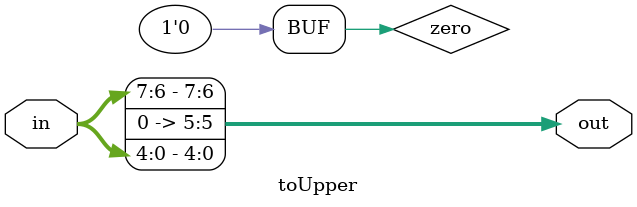
<source format=v>
`timescale 1ns / 1ps

module toUpper(input [7:0] in, output [7:0] out);

// Bit 0
buf #4 B0(out[0], in[0]);
// Bit 1
buf #4 B1(out[1], in[1]);
// Bit 2
buf #4 B2(out[2], in[2]);
// Bit 3
buf #4 B3(out[3], in[3]);
// Bit 4
buf #4 B4(out[4], in[4]);
// Bit 5 — this bit determines case
// Lowercase letters have bit5=1, uppercase=0
// Clear it: out[5] = in[5] AND 0 → using AND with a constant 0 signal
wire zero;
not #5 N1(zero, 1'b1);      // generate logical 0 using NOT
and #10 A5(out[5], in[5], zero);

// Bit 6
buf #4 B6(out[6], in[6]);
// Bit 7
buf #4 B7(out[7], in[7]);

endmodule

</source>
